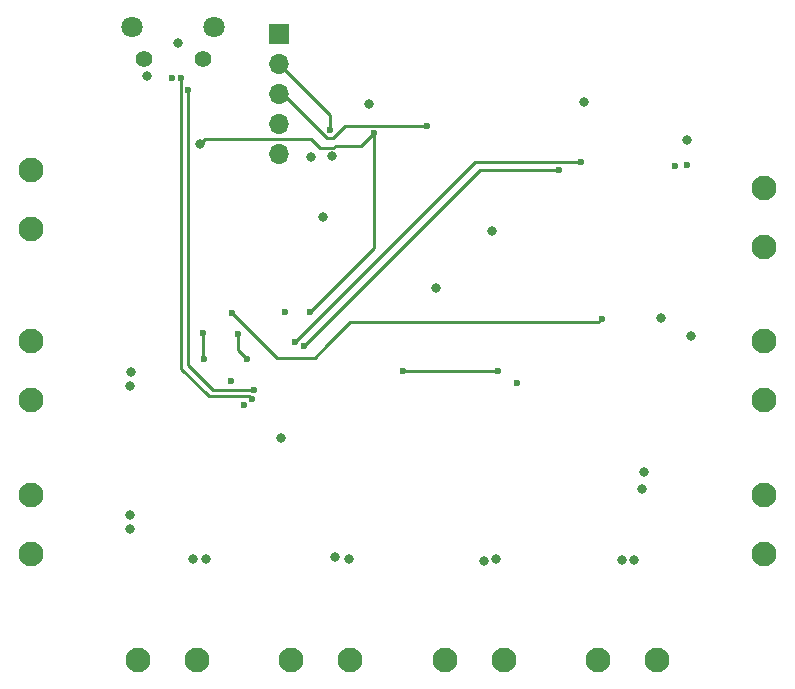
<source format=gbr>
%TF.GenerationSoftware,KiCad,Pcbnew,5.1.6-c6e7f7d~87~ubuntu18.04.1*%
%TF.CreationDate,2020-09-13T15:34:11-06:00*%
%TF.ProjectId,twinkle-led-controller,7477696e-6b6c-4652-9d6c-65642d636f6e,rev?*%
%TF.SameCoordinates,Original*%
%TF.FileFunction,Copper,L4,Bot*%
%TF.FilePolarity,Positive*%
%FSLAX46Y46*%
G04 Gerber Fmt 4.6, Leading zero omitted, Abs format (unit mm)*
G04 Created by KiCad (PCBNEW 5.1.6-c6e7f7d~87~ubuntu18.04.1) date 2020-09-13 15:34:11*
%MOMM*%
%LPD*%
G01*
G04 APERTURE LIST*
%TA.AperFunction,ComponentPad*%
%ADD10C,2.100000*%
%TD*%
%TA.AperFunction,ComponentPad*%
%ADD11O,1.700000X1.700000*%
%TD*%
%TA.AperFunction,ComponentPad*%
%ADD12R,1.700000X1.700000*%
%TD*%
%TA.AperFunction,ComponentPad*%
%ADD13C,1.800000*%
%TD*%
%TA.AperFunction,ComponentPad*%
%ADD14C,1.408000*%
%TD*%
%TA.AperFunction,ViaPad*%
%ADD15C,0.600000*%
%TD*%
%TA.AperFunction,ViaPad*%
%ADD16C,0.800000*%
%TD*%
%TA.AperFunction,Conductor*%
%ADD17C,0.250000*%
%TD*%
G04 APERTURE END LIST*
D10*
%TO.P,J12,2*%
%TO.N,GND*%
X182000000Y-70500000D03*
%TO.P,J12,1*%
%TO.N,+5V*%
X182000000Y-65500000D03*
%TD*%
%TO.P,J11,2*%
%TO.N,Net-(J11-Pad2)*%
X182000000Y-85000000D03*
%TO.P,J11,1*%
%TO.N,Net-(J11-Pad1)*%
X182000000Y-80000000D03*
%TD*%
%TO.P,J10,2*%
%TO.N,Net-(J10-Pad2)*%
X182000000Y-98000000D03*
%TO.P,J10,1*%
%TO.N,Net-(J10-Pad1)*%
X182000000Y-93000000D03*
%TD*%
%TO.P,J9,2*%
%TO.N,Net-(J9-Pad2)*%
X196000000Y-107000000D03*
%TO.P,J9,1*%
%TO.N,Net-(J9-Pad1)*%
X191000000Y-107000000D03*
%TD*%
%TO.P,J8,2*%
%TO.N,Net-(J8-Pad2)*%
X209000000Y-107000000D03*
%TO.P,J8,1*%
%TO.N,Net-(J8-Pad1)*%
X204000000Y-107000000D03*
%TD*%
%TO.P,J7,2*%
%TO.N,Net-(J7-Pad2)*%
X222000000Y-107000000D03*
%TO.P,J7,1*%
%TO.N,Net-(J7-Pad1)*%
X217000000Y-107000000D03*
%TD*%
%TO.P,J6,2*%
%TO.N,Net-(J6-Pad2)*%
X235000000Y-107000000D03*
%TO.P,J6,1*%
%TO.N,Net-(J6-Pad1)*%
X230000000Y-107000000D03*
%TD*%
%TO.P,J5,2*%
%TO.N,Net-(J5-Pad2)*%
X244000000Y-93000000D03*
%TO.P,J5,1*%
%TO.N,Net-(J5-Pad1)*%
X244000000Y-98000000D03*
%TD*%
%TO.P,J4,2*%
%TO.N,Net-(J4-Pad2)*%
X244000000Y-80000000D03*
%TO.P,J4,1*%
%TO.N,Net-(J4-Pad1)*%
X244000000Y-85000000D03*
%TD*%
%TO.P,J3,2*%
%TO.N,Net-(J3-Pad2)*%
X244000000Y-67000000D03*
%TO.P,J3,1*%
%TO.N,Net-(J3-Pad1)*%
X244000000Y-72000000D03*
%TD*%
D11*
%TO.P,J2,5*%
%TO.N,+5V*%
X203000000Y-64160000D03*
%TO.P,J2,4*%
%TO.N,+3V3*%
X203000000Y-61620000D03*
%TO.P,J2,3*%
%TO.N,/AUX_OUT*%
X203000000Y-59080000D03*
%TO.P,J2,2*%
%TO.N,/AUX_IN*%
X203000000Y-56540000D03*
D12*
%TO.P,J2,1*%
%TO.N,GND*%
X203000000Y-54000000D03*
%TD*%
D13*
%TO.P,J1,P$9*%
%TO.N,N/C*%
X190500000Y-53400000D03*
%TO.P,J1,P$8*%
X197500000Y-53400000D03*
D14*
%TO.P,J1,P$7*%
X191500000Y-56100000D03*
%TO.P,J1,P$6*%
X196500000Y-56100000D03*
%TD*%
D15*
%TO.N,+5V*%
X237500000Y-65100000D03*
D16*
X194400000Y-54775002D03*
X237813251Y-79530002D03*
X232000000Y-98500000D03*
X220301426Y-98625107D03*
X207700000Y-98300000D03*
X190375002Y-94700000D03*
X195700000Y-98400000D03*
X203133446Y-88175213D03*
X190416500Y-82620000D03*
X233725010Y-92500000D03*
D15*
%TO.N,GND*%
X236500000Y-65130002D03*
D16*
X237500000Y-62969998D03*
X228800000Y-59700000D03*
X210600000Y-59900000D03*
X206665000Y-69485000D03*
D15*
X223100000Y-83500000D03*
D16*
X207447135Y-64325010D03*
X196800000Y-98400000D03*
X233900000Y-91100000D03*
X235300000Y-78000000D03*
X233000000Y-98500000D03*
X221300000Y-98400000D03*
X190354346Y-95913881D03*
X216300000Y-75500000D03*
X221000000Y-70700000D03*
X190394792Y-83815568D03*
X191800000Y-57500000D03*
D15*
X198900000Y-83374990D03*
D16*
X208880000Y-98400000D03*
%TO.N,+3V3*%
X205700000Y-64400000D03*
D15*
X203500000Y-77500000D03*
X200000000Y-85400000D03*
%TO.N,/EN*%
X211000000Y-62400000D03*
X205600000Y-77500000D03*
D16*
X196300000Y-63300000D03*
D15*
%TO.N,/AUX_OUT*%
X213500000Y-82500000D03*
X221500000Y-82500000D03*
%TO.N,/USB_D+*%
X193900000Y-57700000D03*
X195300000Y-58700000D03*
X200813138Y-84108028D03*
%TO.N,/USB_D-*%
X194700000Y-57700000D03*
X200700000Y-84900000D03*
%TO.N,/USB_RTS*%
X199500000Y-79400000D03*
X200300000Y-81500000D03*
%TO.N,/IO0*%
X230300000Y-78100000D03*
X199000000Y-77600000D03*
%TO.N,Net-(Q2-Pad1)*%
X196500000Y-79300000D03*
X196600000Y-81500000D03*
%TO.N,/USB_TX*%
X228500000Y-64800000D03*
X204300000Y-80075010D03*
%TO.N,/USB_RX*%
X226700000Y-65500000D03*
X205100000Y-80400000D03*
%TO.N,/AUX_OUT*%
X215500000Y-61750000D03*
%TO.N,/AUX_IN*%
X207281927Y-62119724D03*
%TD*%
D17*
%TO.N,/EN*%
X211000000Y-72100000D02*
X211000000Y-62400000D01*
X205600000Y-77500000D02*
X211000000Y-72100000D01*
X209900000Y-63500000D02*
X211000000Y-62400000D01*
X207699992Y-63500000D02*
X209900000Y-63500000D01*
X207600001Y-63599991D02*
X207699992Y-63500000D01*
X206399991Y-63599991D02*
X207600001Y-63599991D01*
X205700001Y-62900001D02*
X206399991Y-63599991D01*
X196699999Y-62900001D02*
X205700001Y-62900001D01*
X196300000Y-63300000D02*
X196699999Y-62900001D01*
%TO.N,/AUX_OUT*%
X213500000Y-82500000D02*
X221500000Y-82500000D01*
%TO.N,/USB_D+*%
X197408028Y-84108028D02*
X200388874Y-84108028D01*
X195300000Y-82000000D02*
X197408028Y-84108028D01*
X195300000Y-58700000D02*
X195300000Y-82000000D01*
X200388874Y-84108028D02*
X200813138Y-84108028D01*
%TO.N,/USB_D-*%
X194674998Y-59000002D02*
X194700000Y-59025004D01*
X194700000Y-57700000D02*
X194700000Y-58124264D01*
X194700000Y-58124264D02*
X194674998Y-58149266D01*
X194674998Y-58149266D02*
X194674998Y-59000002D01*
X194700000Y-59025004D02*
X194700000Y-82325004D01*
X197000001Y-84600001D02*
X196900000Y-84500000D01*
X200400001Y-84600001D02*
X197000001Y-84600001D01*
X200700000Y-84900000D02*
X200400001Y-84600001D01*
X194700000Y-82325004D02*
X196900000Y-84500000D01*
%TO.N,/USB_RTS*%
X199500000Y-80700000D02*
X200300000Y-81500000D01*
X199500000Y-79400000D02*
X199500000Y-80700000D01*
%TO.N,/IO0*%
X230000001Y-78399999D02*
X209000001Y-78399999D01*
X230300000Y-78100000D02*
X230000001Y-78399999D01*
X209000001Y-78399999D02*
X207044978Y-80355022D01*
X207044978Y-80355022D02*
X206000000Y-81400000D01*
X202800000Y-81400000D02*
X199000000Y-77600000D01*
X206000000Y-81400000D02*
X202800000Y-81400000D01*
%TO.N,Net-(Q2-Pad1)*%
X196500000Y-81400000D02*
X196600000Y-81500000D01*
X196500000Y-79300000D02*
X196500000Y-81400000D01*
%TO.N,/USB_TX*%
X219575010Y-64800000D02*
X204599999Y-79775011D01*
X228500000Y-64800000D02*
X219575010Y-64800000D01*
X204599999Y-79775011D02*
X204300000Y-80075010D01*
%TO.N,/USB_RX*%
X220000000Y-65500000D02*
X205100000Y-80400000D01*
X226700000Y-65500000D02*
X220000000Y-65500000D01*
%TO.N,/AUX_OUT*%
X207004976Y-62767775D02*
X207517775Y-62767775D01*
X203000000Y-59080000D02*
X203317201Y-59080000D01*
X203317201Y-59080000D02*
X207004976Y-62767775D01*
X208535550Y-61750000D02*
X215500000Y-61750000D01*
X207517775Y-62767775D02*
X208535550Y-61750000D01*
%TO.N,/AUX_IN*%
X207281927Y-60821927D02*
X207281927Y-62119724D01*
X203000000Y-56540000D02*
X207281927Y-60821927D01*
%TD*%
M02*

</source>
